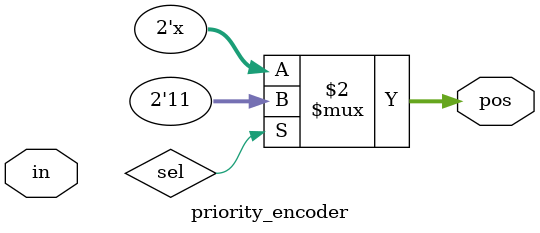
<source format=v>
module priority_encoder( 
input [2:0] in,
output reg [1:0] pos ); 
// When sel=1, assign b to out
always @(in or sel)
begin: sel_1
case(sel)
1'b0: pos=2'bxx; //if sel=0, output all 0s
1'b1: pos=2'b11; //if sel=1, output all 1s
default: pos=2'b00; //default case outputs nothing
endcase
end
endmodule

</source>
